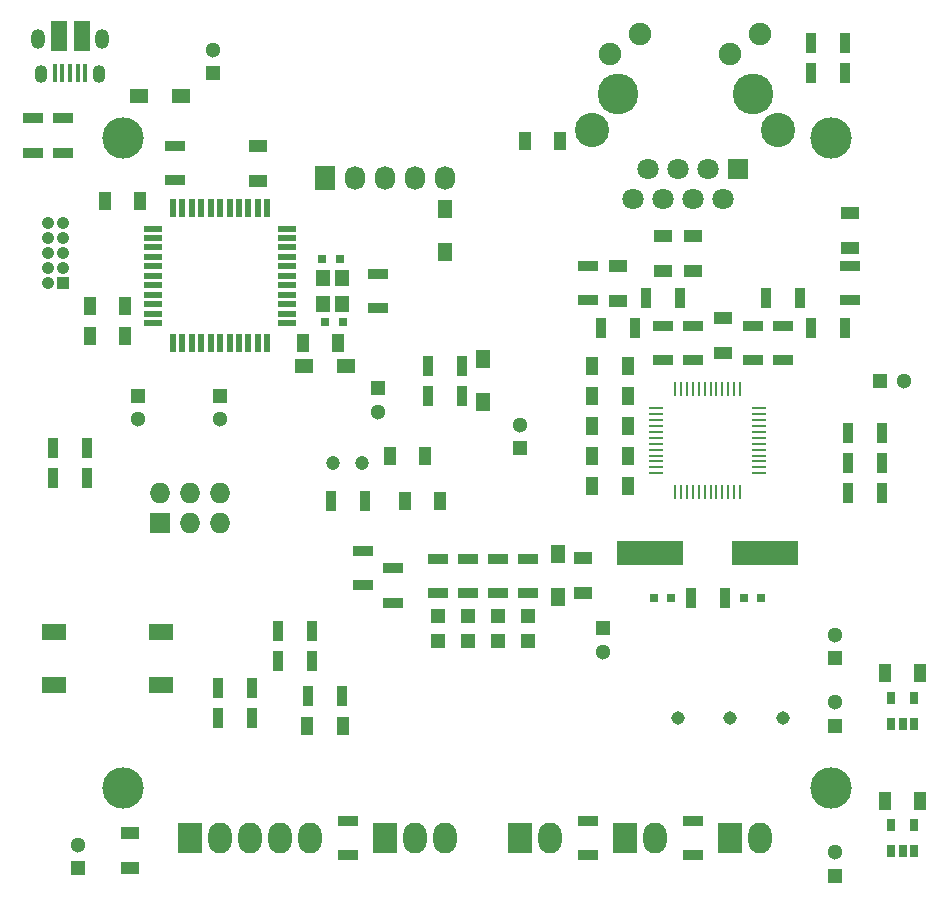
<source format=gbr>
G04 #@! TF.FileFunction,Soldermask,Top*
%FSLAX46Y46*%
G04 Gerber Fmt 4.6, Leading zero omitted, Abs format (unit mm)*
G04 Created by KiCad (PCBNEW 4.0.4+dfsg1-stable) date Wed Oct 11 10:07:52 2017*
%MOMM*%
%LPD*%
G01*
G04 APERTURE LIST*
%ADD10C,0.100000*%
%ADD11R,0.250000X1.300000*%
%ADD12R,1.300000X0.250000*%
%ADD13C,1.800000*%
%ADD14R,1.800000X1.800000*%
%ADD15C,2.900000*%
%ADD16C,1.900000*%
%ADD17C,3.450000*%
%ADD18R,1.000000X1.600000*%
%ADD19R,1.198880X1.600200*%
%ADD20R,1.300000X1.300000*%
%ADD21C,1.300000*%
%ADD22R,1.600000X1.000000*%
%ADD23R,0.800000X0.750000*%
%ADD24R,1.198880X1.198880*%
%ADD25R,1.600200X1.198880*%
%ADD26R,2.000000X2.600000*%
%ADD27O,2.000000X2.600000*%
%ADD28R,0.400000X1.650000*%
%ADD29O,1.100000X1.500000*%
%ADD30O,1.200000X1.700000*%
%ADD31R,1.425000X2.500000*%
%ADD32R,1.727200X1.727200*%
%ADD33O,1.727200X1.727200*%
%ADD34R,1.727200X2.032000*%
%ADD35O,1.727200X2.032000*%
%ADD36R,1.050000X1.050000*%
%ADD37C,1.050000*%
%ADD38R,0.900000X1.700000*%
%ADD39R,1.700000X0.900000*%
%ADD40C,1.200000*%
%ADD41R,2.100000X1.400000*%
%ADD42R,0.650000X1.060000*%
%ADD43R,0.550000X1.500000*%
%ADD44R,1.500000X0.550000*%
%ADD45C,1.143000*%
%ADD46R,5.600700X2.100580*%
%ADD47R,1.200000X1.400000*%
%ADD48C,3.500000*%
G04 APERTURE END LIST*
D10*
D11*
X174835000Y-95345000D03*
X174335000Y-95345000D03*
X173835000Y-95345000D03*
X173335000Y-95345000D03*
X172835000Y-95345000D03*
X172335000Y-95345000D03*
X171835000Y-95345000D03*
X171335000Y-95345000D03*
X170835000Y-95345000D03*
X170335000Y-95345000D03*
X169835000Y-95345000D03*
X169335000Y-95345000D03*
D12*
X167735000Y-96945000D03*
X167735000Y-97445000D03*
X167735000Y-97945000D03*
X167735000Y-98445000D03*
X167735000Y-98945000D03*
X167735000Y-99445000D03*
X167735000Y-99945000D03*
X167735000Y-100445000D03*
X167735000Y-100945000D03*
X167735000Y-101445000D03*
X167735000Y-101945000D03*
X167735000Y-102445000D03*
D11*
X169335000Y-104045000D03*
X169835000Y-104045000D03*
X170335000Y-104045000D03*
X170835000Y-104045000D03*
X171335000Y-104045000D03*
X171835000Y-104045000D03*
X172335000Y-104045000D03*
X172835000Y-104045000D03*
X173335000Y-104045000D03*
X173835000Y-104045000D03*
X174335000Y-104045000D03*
X174835000Y-104045000D03*
D12*
X176435000Y-102445000D03*
X176435000Y-101945000D03*
X176435000Y-101445000D03*
X176435000Y-100945000D03*
X176435000Y-100445000D03*
X176435000Y-99945000D03*
X176435000Y-99445000D03*
X176435000Y-98945000D03*
X176435000Y-98445000D03*
X176435000Y-97945000D03*
X176435000Y-97445000D03*
X176435000Y-96945000D03*
D13*
X165735000Y-79248000D03*
X167005000Y-76708000D03*
X168275000Y-79248000D03*
X169545000Y-76708000D03*
X170815000Y-79248000D03*
X172085000Y-76708000D03*
X173355000Y-79248000D03*
D14*
X174625000Y-76708000D03*
D15*
X178055000Y-73408000D03*
X162305000Y-73408000D03*
D16*
X163855000Y-66978000D03*
X176505000Y-65278000D03*
X173965000Y-66978000D03*
X166395000Y-65278000D03*
D17*
X164465000Y-70358000D03*
X175895000Y-70358000D03*
D18*
X162330000Y-103505000D03*
X165330000Y-103505000D03*
D19*
X159385000Y-112925860D03*
X159385000Y-109324140D03*
D20*
X182880000Y-136525000D03*
D21*
X182880000Y-134525000D03*
D18*
X190095000Y-130175000D03*
X187095000Y-130175000D03*
D20*
X182880000Y-123825000D03*
D21*
X182880000Y-121825000D03*
D18*
X190095000Y-119380000D03*
X187095000Y-119380000D03*
D20*
X182880000Y-118110000D03*
D21*
X182880000Y-116110000D03*
D20*
X186690000Y-94615000D03*
D21*
X188690000Y-94615000D03*
D22*
X173355000Y-92305000D03*
X173355000Y-89305000D03*
D18*
X165330000Y-93345000D03*
X162330000Y-93345000D03*
X165330000Y-95885000D03*
X162330000Y-95885000D03*
X165330000Y-98425000D03*
X162330000Y-98425000D03*
D20*
X163195000Y-115570000D03*
D21*
X163195000Y-117570000D03*
D18*
X165330000Y-100965000D03*
X162330000Y-100965000D03*
D22*
X161544000Y-112625000D03*
X161544000Y-109625000D03*
D20*
X156210000Y-100330000D03*
D21*
X156210000Y-98330000D03*
D23*
X167525000Y-113030000D03*
X169025000Y-113030000D03*
X176645000Y-113030000D03*
X175145000Y-113030000D03*
D22*
X184150000Y-83415000D03*
X184150000Y-80415000D03*
X164465000Y-87860000D03*
X164465000Y-84860000D03*
X168275000Y-82320000D03*
X168275000Y-85320000D03*
X170815000Y-82320000D03*
X170815000Y-85320000D03*
D18*
X156615000Y-74295000D03*
X159615000Y-74295000D03*
D20*
X130175000Y-68580000D03*
D21*
X130175000Y-66580000D03*
D23*
X140958000Y-84328000D03*
X139458000Y-84328000D03*
X139712000Y-89662000D03*
X141212000Y-89662000D03*
D20*
X130810000Y-95885000D03*
D21*
X130810000Y-97885000D03*
D18*
X122785000Y-88265000D03*
X119785000Y-88265000D03*
D20*
X144145000Y-95250000D03*
D21*
X144145000Y-97250000D03*
D18*
X140795000Y-91440000D03*
X137795000Y-91440000D03*
X121055000Y-79375000D03*
X124055000Y-79375000D03*
D22*
X133985000Y-74700000D03*
X133985000Y-77700000D03*
D18*
X119785000Y-90805000D03*
X122785000Y-90805000D03*
D20*
X123825000Y-95885000D03*
D21*
X123825000Y-97885000D03*
D18*
X138200000Y-123825000D03*
X141200000Y-123825000D03*
X149455000Y-104775000D03*
X146455000Y-104775000D03*
X148185000Y-100965000D03*
X145185000Y-100965000D03*
D20*
X118745000Y-135890000D03*
D21*
X118745000Y-133890000D03*
D22*
X123190000Y-132890000D03*
X123190000Y-135890000D03*
D24*
X151765000Y-116619020D03*
X151765000Y-114520980D03*
X149225000Y-116619020D03*
X149225000Y-114520980D03*
X154305000Y-116619020D03*
X154305000Y-114520980D03*
X156845000Y-116619020D03*
X156845000Y-114520980D03*
D25*
X141500860Y-93345000D03*
X137899140Y-93345000D03*
X127530860Y-70485000D03*
X123929140Y-70485000D03*
D19*
X149860000Y-80114140D03*
X149860000Y-83715860D03*
X153035000Y-92814140D03*
X153035000Y-96415860D03*
D26*
X173990000Y-133350000D03*
D27*
X176530000Y-133350000D03*
D28*
X119410000Y-68556000D03*
X118760000Y-68556000D03*
X118110900Y-68556000D03*
X117460000Y-68556000D03*
X116810000Y-68556000D03*
D29*
X120535000Y-68681000D03*
X115685000Y-68681000D03*
D30*
X120835000Y-65681000D03*
X115385000Y-65681000D03*
D31*
X119072500Y-65431000D03*
X117147500Y-65431000D03*
D32*
X125730000Y-106680000D03*
D33*
X125730000Y-104140000D03*
X128270000Y-106680000D03*
X128270000Y-104140000D03*
X130810000Y-106680000D03*
X130810000Y-104140000D03*
D26*
X156210000Y-133350000D03*
D27*
X158750000Y-133350000D03*
D26*
X165100000Y-133350000D03*
D27*
X167640000Y-133350000D03*
D34*
X139700000Y-77470000D03*
D35*
X142240000Y-77470000D03*
X144780000Y-77470000D03*
X147320000Y-77470000D03*
X149860000Y-77470000D03*
D36*
X117475000Y-86360000D03*
D37*
X117475000Y-85090000D03*
X117475000Y-83820000D03*
X117475000Y-82550000D03*
X117475000Y-81280000D03*
X116205000Y-85090000D03*
X116205000Y-83820000D03*
X116205000Y-82550000D03*
X116205000Y-81280000D03*
X116205000Y-86360000D03*
D26*
X144780000Y-133350000D03*
D27*
X147320000Y-133350000D03*
X149860000Y-133350000D03*
D26*
X128270000Y-133350000D03*
D27*
X130810000Y-133350000D03*
X133350000Y-133350000D03*
X135890000Y-133350000D03*
X138430000Y-133350000D03*
D38*
X170635000Y-113030000D03*
X173535000Y-113030000D03*
D39*
X161925000Y-84910000D03*
X161925000Y-87810000D03*
D38*
X186870000Y-104140000D03*
X183970000Y-104140000D03*
X186870000Y-101600000D03*
X183970000Y-101600000D03*
D39*
X175895000Y-89990000D03*
X175895000Y-92890000D03*
X168275000Y-89990000D03*
X168275000Y-92890000D03*
D38*
X186870000Y-99060000D03*
X183970000Y-99060000D03*
D39*
X178435000Y-89990000D03*
X178435000Y-92890000D03*
X170815000Y-89990000D03*
X170815000Y-92890000D03*
D38*
X176985000Y-87630000D03*
X179885000Y-87630000D03*
X180795000Y-90170000D03*
X183695000Y-90170000D03*
D39*
X184150000Y-84910000D03*
X184150000Y-87810000D03*
D38*
X163015000Y-90170000D03*
X165915000Y-90170000D03*
X166825000Y-87630000D03*
X169725000Y-87630000D03*
X180795000Y-66040000D03*
X183695000Y-66040000D03*
X180795000Y-68580000D03*
X183695000Y-68580000D03*
D39*
X151765000Y-112575000D03*
X151765000Y-109675000D03*
X149225000Y-112575000D03*
X149225000Y-109675000D03*
X154305000Y-112575000D03*
X154305000Y-109675000D03*
X156845000Y-112575000D03*
X156845000Y-109675000D03*
X142875000Y-109040000D03*
X142875000Y-111940000D03*
X114935000Y-72390000D03*
X114935000Y-75290000D03*
X117475000Y-72390000D03*
X117475000Y-75290000D03*
X144145000Y-88445000D03*
X144145000Y-85545000D03*
X127000000Y-77650000D03*
X127000000Y-74750000D03*
D38*
X138250000Y-121285000D03*
X141150000Y-121285000D03*
X119560000Y-100330000D03*
X116660000Y-100330000D03*
X119560000Y-102870000D03*
X116660000Y-102870000D03*
D39*
X145415000Y-110490000D03*
X145415000Y-113390000D03*
X161925000Y-134800000D03*
X161925000Y-131900000D03*
X170815000Y-134800000D03*
X170815000Y-131900000D03*
D38*
X151310000Y-95885000D03*
X148410000Y-95885000D03*
X151310000Y-93345000D03*
X148410000Y-93345000D03*
X138610000Y-118364000D03*
X135710000Y-118364000D03*
X135710000Y-115824000D03*
X138610000Y-115824000D03*
X133530000Y-123190000D03*
X130630000Y-123190000D03*
X130630000Y-120650000D03*
X133530000Y-120650000D03*
D39*
X141605000Y-134800000D03*
X141605000Y-131900000D03*
D40*
X140355000Y-101600000D03*
X142855000Y-101600000D03*
D38*
X140155000Y-104775000D03*
X143055000Y-104775000D03*
D41*
X125835000Y-115860000D03*
X116735000Y-115860000D03*
X116735000Y-120360000D03*
X125835000Y-120360000D03*
D42*
X187645000Y-134450000D03*
X188595000Y-134450000D03*
X189545000Y-134450000D03*
X189545000Y-132250000D03*
X187645000Y-132250000D03*
X187645000Y-123655000D03*
X188595000Y-123655000D03*
X189545000Y-123655000D03*
X189545000Y-121455000D03*
X187645000Y-121455000D03*
D43*
X126810000Y-91425000D03*
X127610000Y-91425000D03*
X128410000Y-91425000D03*
X129210000Y-91425000D03*
X130010000Y-91425000D03*
X130810000Y-91425000D03*
X131610000Y-91425000D03*
X132410000Y-91425000D03*
X133210000Y-91425000D03*
X134010000Y-91425000D03*
X134810000Y-91425000D03*
D44*
X136510000Y-89725000D03*
X136510000Y-88925000D03*
X136510000Y-88125000D03*
X136510000Y-87325000D03*
X136510000Y-86525000D03*
X136510000Y-85725000D03*
X136510000Y-84925000D03*
X136510000Y-84125000D03*
X136510000Y-83325000D03*
X136510000Y-82525000D03*
X136510000Y-81725000D03*
D43*
X134810000Y-80025000D03*
X134010000Y-80025000D03*
X133210000Y-80025000D03*
X132410000Y-80025000D03*
X131610000Y-80025000D03*
X130810000Y-80025000D03*
X130010000Y-80025000D03*
X129210000Y-80025000D03*
X128410000Y-80025000D03*
X127610000Y-80025000D03*
X126810000Y-80025000D03*
D44*
X125110000Y-81725000D03*
X125110000Y-82525000D03*
X125110000Y-83325000D03*
X125110000Y-84125000D03*
X125110000Y-84925000D03*
X125110000Y-85725000D03*
X125110000Y-86525000D03*
X125110000Y-87325000D03*
X125110000Y-88125000D03*
X125110000Y-88925000D03*
X125110000Y-89725000D03*
D45*
X178435000Y-123190000D03*
X173990000Y-123190000D03*
X169545000Y-123190000D03*
D46*
X176933860Y-109220000D03*
X167236140Y-109220000D03*
D47*
X139535000Y-85895000D03*
X139535000Y-88095000D03*
X141135000Y-85895000D03*
X141135000Y-88095000D03*
D48*
X122555000Y-74100000D03*
X182555000Y-74100000D03*
X182555000Y-129100000D03*
X122555000Y-129100000D03*
M02*

</source>
